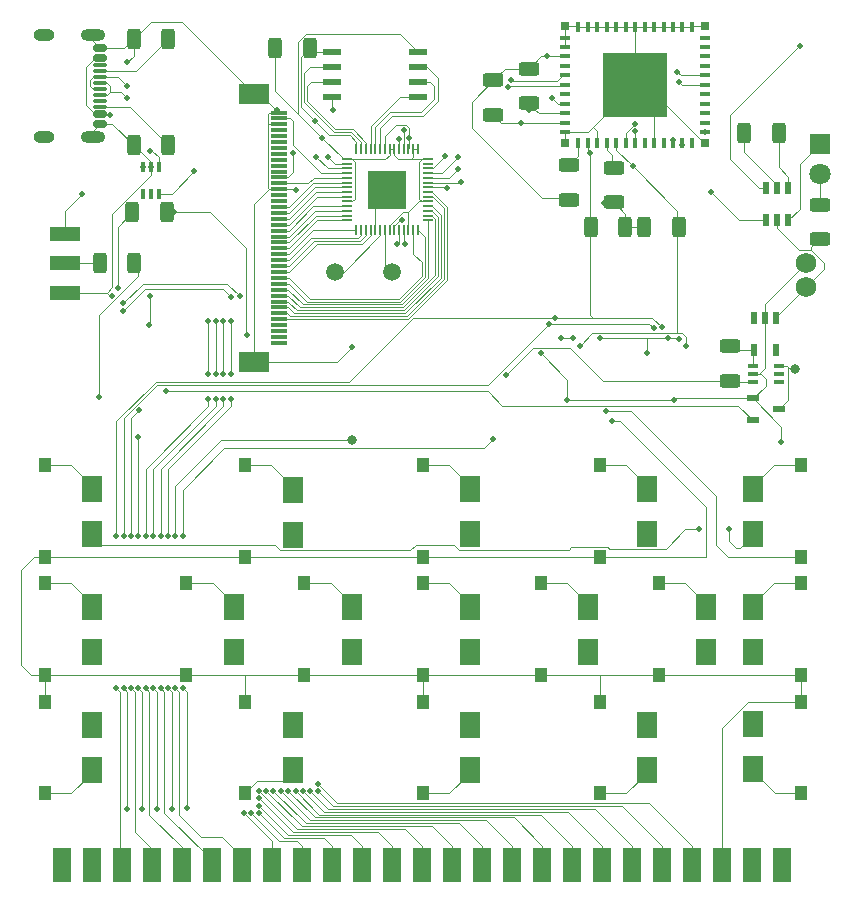
<source format=gtl>
G04 #@! TF.GenerationSoftware,KiCad,Pcbnew,7.0.10*
G04 #@! TF.CreationDate,2024-02-13T11:50:04-05:00*
G04 #@! TF.ProjectId,prototype,70726f74-6f74-4797-9065-2e6b69636164,rev?*
G04 #@! TF.SameCoordinates,Original*
G04 #@! TF.FileFunction,Copper,L1,Top*
G04 #@! TF.FilePolarity,Positive*
%FSLAX46Y46*%
G04 Gerber Fmt 4.6, Leading zero omitted, Abs format (unit mm)*
G04 Created by KiCad (PCBNEW 7.0.10) date 2024-02-13 11:50:04*
%MOMM*%
%LPD*%
G01*
G04 APERTURE LIST*
G04 Aperture macros list*
%AMRoundRect*
0 Rectangle with rounded corners*
0 $1 Rounding radius*
0 $2 $3 $4 $5 $6 $7 $8 $9 X,Y pos of 4 corners*
0 Add a 4 corners polygon primitive as box body*
4,1,4,$2,$3,$4,$5,$6,$7,$8,$9,$2,$3,0*
0 Add four circle primitives for the rounded corners*
1,1,$1+$1,$2,$3*
1,1,$1+$1,$4,$5*
1,1,$1+$1,$6,$7*
1,1,$1+$1,$8,$9*
0 Add four rect primitives between the rounded corners*
20,1,$1+$1,$2,$3,$4,$5,0*
20,1,$1+$1,$4,$5,$6,$7,0*
20,1,$1+$1,$6,$7,$8,$9,0*
20,1,$1+$1,$8,$9,$2,$3,0*%
G04 Aperture macros list end*
G04 #@! TA.AperFunction,ComponentPad*
%ADD10R,1.800000X1.800000*%
G04 #@! TD*
G04 #@! TA.AperFunction,ComponentPad*
%ADD11C,1.800000*%
G04 #@! TD*
G04 #@! TA.AperFunction,SMDPad,CuDef*
%ADD12R,1.701800X2.173999*%
G04 #@! TD*
G04 #@! TA.AperFunction,SMDPad,CuDef*
%ADD13R,1.000000X1.250000*%
G04 #@! TD*
G04 #@! TA.AperFunction,SMDPad,CuDef*
%ADD14R,0.599999X1.000000*%
G04 #@! TD*
G04 #@! TA.AperFunction,SMDPad,CuDef*
%ADD15RoundRect,0.250000X0.312500X0.625000X-0.312500X0.625000X-0.312500X-0.625000X0.312500X-0.625000X0*%
G04 #@! TD*
G04 #@! TA.AperFunction,SMDPad,CuDef*
%ADD16RoundRect,0.250000X-0.625000X0.312500X-0.625000X-0.312500X0.625000X-0.312500X0.625000X0.312500X0*%
G04 #@! TD*
G04 #@! TA.AperFunction,ComponentPad*
%ADD17R,1.638300X3.000000*%
G04 #@! TD*
G04 #@! TA.AperFunction,SMDPad,CuDef*
%ADD18R,1.638300X3.000000*%
G04 #@! TD*
G04 #@! TA.AperFunction,SMDPad,CuDef*
%ADD19R,2.500000X1.250000*%
G04 #@! TD*
G04 #@! TA.AperFunction,SMDPad,CuDef*
%ADD20R,0.399999X0.850001*%
G04 #@! TD*
G04 #@! TA.AperFunction,SMDPad,CuDef*
%ADD21RoundRect,0.250000X-0.312500X-0.625000X0.312500X-0.625000X0.312500X0.625000X-0.312500X0.625000X0*%
G04 #@! TD*
G04 #@! TA.AperFunction,SMDPad,CuDef*
%ADD22R,1.117600X0.558800*%
G04 #@! TD*
G04 #@! TA.AperFunction,SMDPad,CuDef*
%ADD23R,3.200000X3.200000*%
G04 #@! TD*
G04 #@! TA.AperFunction,SMDPad,CuDef*
%ADD24RoundRect,0.050000X-0.050000X-0.387500X0.050000X-0.387500X0.050000X0.387500X-0.050000X0.387500X0*%
G04 #@! TD*
G04 #@! TA.AperFunction,SMDPad,CuDef*
%ADD25RoundRect,0.050000X-0.387500X-0.050000X0.387500X-0.050000X0.387500X0.050000X-0.387500X0.050000X0*%
G04 #@! TD*
G04 #@! TA.AperFunction,SMDPad,CuDef*
%ADD26R,1.524000X0.533400*%
G04 #@! TD*
G04 #@! TA.AperFunction,SMDPad,CuDef*
%ADD27R,0.812800X0.406400*%
G04 #@! TD*
G04 #@! TA.AperFunction,SMDPad,CuDef*
%ADD28R,0.406400X0.812800*%
G04 #@! TD*
G04 #@! TA.AperFunction,SMDPad,CuDef*
%ADD29R,5.410200X5.410200*%
G04 #@! TD*
G04 #@! TA.AperFunction,SMDPad,CuDef*
%ADD30R,0.711200X0.711200*%
G04 #@! TD*
G04 #@! TA.AperFunction,SMDPad,CuDef*
%ADD31R,0.850001X0.399999*%
G04 #@! TD*
G04 #@! TA.AperFunction,SMDPad,CuDef*
%ADD32R,1.450000X0.300000*%
G04 #@! TD*
G04 #@! TA.AperFunction,SMDPad,CuDef*
%ADD33R,2.500000X1.800000*%
G04 #@! TD*
G04 #@! TA.AperFunction,ComponentPad*
%ADD34C,1.500000*%
G04 #@! TD*
G04 #@! TA.AperFunction,ComponentPad*
%ADD35O,1.800000X1.000000*%
G04 #@! TD*
G04 #@! TA.AperFunction,ComponentPad*
%ADD36O,2.100000X1.000000*%
G04 #@! TD*
G04 #@! TA.AperFunction,SMDPad,CuDef*
%ADD37RoundRect,0.075000X-0.500000X0.075000X-0.500000X-0.075000X0.500000X-0.075000X0.500000X0.075000X0*%
G04 #@! TD*
G04 #@! TA.AperFunction,SMDPad,CuDef*
%ADD38RoundRect,0.150000X-0.425000X0.150000X-0.425000X-0.150000X0.425000X-0.150000X0.425000X0.150000X0*%
G04 #@! TD*
G04 #@! TA.AperFunction,ComponentPad*
%ADD39C,1.750000*%
G04 #@! TD*
G04 #@! TA.AperFunction,ViaPad*
%ADD40C,0.500000*%
G04 #@! TD*
G04 #@! TA.AperFunction,ViaPad*
%ADD41C,0.800000*%
G04 #@! TD*
G04 #@! TA.AperFunction,Conductor*
%ADD42C,0.125000*%
G04 #@! TD*
G04 APERTURE END LIST*
D10*
X88625000Y-30897500D03*
D11*
X88625000Y-33437500D03*
D12*
X27000000Y-80104900D03*
X27000000Y-83895100D03*
D13*
X70000000Y-65875000D03*
X70000000Y-58125000D03*
D14*
X84950001Y-45624999D03*
X84000000Y-45624999D03*
X83050002Y-45624999D03*
X83050002Y-48374999D03*
X84950001Y-48374999D03*
D15*
X30587500Y-41000000D03*
X27662500Y-41000000D03*
D16*
X81062500Y-48037500D03*
X81062500Y-50962500D03*
D13*
X23000000Y-65875000D03*
X23000000Y-58125000D03*
X35000000Y-75875000D03*
X35000000Y-68125000D03*
X55000000Y-75875000D03*
X55000000Y-68125000D03*
D15*
X85150000Y-30000000D03*
X82225000Y-30000000D03*
D13*
X87000000Y-75875000D03*
X87000000Y-68125000D03*
X55000000Y-65875000D03*
X55000000Y-58125000D03*
D17*
X24435000Y-91937500D03*
X24435000Y-91937500D03*
D18*
X26975000Y-91937500D03*
X29515000Y-91937500D03*
X32055000Y-91937500D03*
X34595000Y-91937500D03*
X37135000Y-91937500D03*
X39675000Y-91937500D03*
X42215000Y-91937500D03*
X44755000Y-91937500D03*
X47295000Y-91937500D03*
X49835000Y-91937500D03*
X52375000Y-91937500D03*
X54915000Y-91937500D03*
X57455000Y-91937500D03*
X59995000Y-91937500D03*
X62535000Y-91937500D03*
X65075000Y-91937500D03*
X67615000Y-91937500D03*
X70155000Y-91937500D03*
X72695000Y-91937500D03*
X75235000Y-91937500D03*
X77775000Y-91937500D03*
X80315000Y-91937500D03*
X82855000Y-91937500D03*
D17*
X85395000Y-91937500D03*
X85395000Y-91937500D03*
D13*
X55000000Y-78125000D03*
X55000000Y-85875000D03*
D19*
X24750000Y-43500000D03*
X24750000Y-41000000D03*
X24750000Y-38500000D03*
D12*
X59000000Y-73895100D03*
X59000000Y-70104900D03*
X79000000Y-73895100D03*
X79000000Y-70104900D03*
D13*
X87000000Y-65875000D03*
X87000000Y-58125000D03*
D20*
X32650001Y-32875001D03*
X32000000Y-32875001D03*
X31350001Y-32875001D03*
X31350001Y-35125002D03*
X32000000Y-35125002D03*
X32650001Y-35125002D03*
D21*
X69225000Y-37937500D03*
X72150000Y-37937500D03*
D22*
X82944900Y-52424999D03*
X82944900Y-54325001D03*
X85180100Y-53375000D03*
D16*
X64000000Y-24537500D03*
X64000000Y-27462500D03*
D12*
X59000000Y-80104900D03*
X59000000Y-83895100D03*
D13*
X45000000Y-75875000D03*
X45000000Y-68125000D03*
D12*
X27000000Y-73895100D03*
X27000000Y-70104900D03*
D13*
X23000000Y-78125000D03*
X23000000Y-85875000D03*
D12*
X39000000Y-73895100D03*
X39000000Y-70104900D03*
X69000000Y-73895100D03*
X69000000Y-70104900D03*
D16*
X71187500Y-32912500D03*
X71187500Y-35837500D03*
D14*
X84049999Y-37375001D03*
X85000000Y-37375001D03*
X85949998Y-37375001D03*
X85949998Y-34625001D03*
X85000000Y-34625001D03*
X84049999Y-34625001D03*
D12*
X74000000Y-80104900D03*
X74000000Y-83895100D03*
D23*
X52000000Y-34781250D03*
D24*
X49400000Y-31343750D03*
X49800000Y-31343750D03*
X50200000Y-31343750D03*
X50600000Y-31343750D03*
X51000000Y-31343750D03*
X51400000Y-31343750D03*
X51800000Y-31343750D03*
X52200000Y-31343750D03*
X52600000Y-31343750D03*
X53000000Y-31343750D03*
X53400000Y-31343750D03*
X53800000Y-31343750D03*
X54200000Y-31343750D03*
X54600000Y-31343750D03*
D25*
X55437500Y-32181250D03*
X55437500Y-32581250D03*
X55437500Y-32981250D03*
X55437500Y-33381250D03*
X55437500Y-33781250D03*
X55437500Y-34181250D03*
X55437500Y-34581250D03*
X55437500Y-34981250D03*
X55437500Y-35381250D03*
X55437500Y-35781250D03*
X55437500Y-36181250D03*
X55437500Y-36581250D03*
X55437500Y-36981250D03*
X55437500Y-37381250D03*
D24*
X54600000Y-38218750D03*
X54200000Y-38218750D03*
X53800000Y-38218750D03*
X53400000Y-38218750D03*
X53000000Y-38218750D03*
X52600000Y-38218750D03*
X52200000Y-38218750D03*
X51800000Y-38218750D03*
X51400000Y-38218750D03*
X51000000Y-38218750D03*
X50600000Y-38218750D03*
X50200000Y-38218750D03*
X49800000Y-38218750D03*
X49400000Y-38218750D03*
D25*
X48562500Y-37381250D03*
X48562500Y-36981250D03*
X48562500Y-36581250D03*
X48562500Y-36181250D03*
X48562500Y-35781250D03*
X48562500Y-35381250D03*
X48562500Y-34981250D03*
X48562500Y-34581250D03*
X48562500Y-34181250D03*
X48562500Y-33781250D03*
X48562500Y-33381250D03*
X48562500Y-32981250D03*
X48562500Y-32581250D03*
X48562500Y-32181250D03*
D26*
X47355100Y-23095000D03*
X47355100Y-24365000D03*
X47355100Y-25635000D03*
X47355100Y-26905000D03*
X54644900Y-26905000D03*
X54644900Y-25635000D03*
X54644900Y-24365000D03*
X54644900Y-23095000D03*
D13*
X87000000Y-78125000D03*
X87000000Y-85875000D03*
D12*
X44000000Y-64000000D03*
X44000000Y-60209800D03*
D27*
X67100002Y-21899501D03*
X67100002Y-22699601D03*
X67100002Y-23499701D03*
X67100002Y-24299801D03*
X67100002Y-25099901D03*
X67100002Y-25900001D03*
X67100002Y-26700101D03*
X67100002Y-27500201D03*
X67100002Y-28300301D03*
X67100002Y-29100401D03*
X67100002Y-29900501D03*
D28*
X68199400Y-30800001D03*
X68999500Y-30800001D03*
X69799600Y-30800001D03*
X70599700Y-30800001D03*
X71399800Y-30800001D03*
X72199900Y-30800001D03*
X73000000Y-30800001D03*
X73800100Y-30800001D03*
X74600200Y-30800001D03*
X75400300Y-30800001D03*
X76200400Y-30800001D03*
X77000500Y-30800001D03*
X77800600Y-30800001D03*
D27*
X78899998Y-29900501D03*
X78899998Y-29100401D03*
X78899998Y-28300301D03*
X78899998Y-27500201D03*
X78899998Y-26700101D03*
X78899998Y-25900001D03*
X78899998Y-25099901D03*
X78899998Y-24299801D03*
X78899998Y-23499701D03*
X78899998Y-22699601D03*
X78899998Y-21899501D03*
D28*
X77800600Y-21000000D03*
X77000500Y-21000000D03*
X76200400Y-21000000D03*
X75400300Y-21000000D03*
X74600200Y-21000000D03*
X73800100Y-21000000D03*
X73000000Y-21000000D03*
X72199900Y-21000000D03*
X71399800Y-21000000D03*
X70599700Y-21000000D03*
X69799600Y-21000000D03*
X68999500Y-21000000D03*
X68199400Y-21000000D03*
D29*
X73000000Y-25900001D03*
D30*
X78950788Y-30850806D03*
X78950788Y-20949200D03*
X67049212Y-30850806D03*
X67049212Y-20949200D03*
D31*
X82937501Y-49724999D03*
X82937501Y-50375000D03*
X82937501Y-51024999D03*
X85187502Y-51024999D03*
X85187502Y-50375000D03*
X85187502Y-49724999D03*
D16*
X88625000Y-36037500D03*
X88625000Y-38962500D03*
D12*
X59000000Y-63895100D03*
X59000000Y-60104900D03*
D13*
X65000000Y-75875000D03*
X65000000Y-68125000D03*
X70000000Y-78125000D03*
X70000000Y-85875000D03*
D15*
X33462500Y-31000000D03*
X30537500Y-31000000D03*
D12*
X74000000Y-63895100D03*
X74000000Y-60104900D03*
D15*
X76712500Y-37937500D03*
X73787500Y-37937500D03*
X33337500Y-36687500D03*
X30412500Y-36687500D03*
D32*
X42875000Y-28250000D03*
X42875000Y-28750000D03*
X42875000Y-29250000D03*
X42875000Y-29750000D03*
X42875000Y-30250000D03*
X42875000Y-30750000D03*
X42875000Y-31250000D03*
X42875000Y-31750000D03*
X42875000Y-32250000D03*
X42875000Y-32750000D03*
X42875000Y-33250000D03*
X42875000Y-33750000D03*
X42875000Y-34250000D03*
X42875000Y-34750000D03*
X42875000Y-35250000D03*
X42875000Y-35750000D03*
X42875000Y-36250000D03*
X42875000Y-36750000D03*
X42875000Y-37250000D03*
X42875000Y-37750000D03*
X42875000Y-38250000D03*
X42875000Y-38750000D03*
X42875000Y-39250000D03*
X42875000Y-39750000D03*
X42875000Y-40250000D03*
X42875000Y-40750000D03*
X42875000Y-41250000D03*
X42875000Y-41750000D03*
X42875000Y-42250000D03*
X42875000Y-42750000D03*
X42875000Y-43250000D03*
X42875000Y-43750000D03*
X42875000Y-44250000D03*
X42875000Y-44750000D03*
X42875000Y-45250000D03*
X42875000Y-45750000D03*
X42875000Y-46250000D03*
X42875000Y-46750000D03*
X42875000Y-47250000D03*
X42875000Y-47750000D03*
D33*
X40750000Y-26650000D03*
X40750000Y-49350000D03*
D12*
X27000000Y-63895100D03*
X27000000Y-60104900D03*
D34*
X47550000Y-41750000D03*
X52430000Y-41750000D03*
D12*
X49000000Y-73895100D03*
X49000000Y-70104900D03*
D16*
X67437500Y-32725000D03*
X67437500Y-35650000D03*
D15*
X45462500Y-22812500D03*
X42537500Y-22812500D03*
D12*
X83000000Y-73895100D03*
X83000000Y-70104900D03*
X83000000Y-80000000D03*
X83000000Y-83790200D03*
D21*
X30537500Y-22000000D03*
X33462500Y-22000000D03*
D12*
X83000000Y-63895100D03*
X83000000Y-60104900D03*
D13*
X40000000Y-78125000D03*
X40000000Y-85875000D03*
X23000000Y-75875000D03*
X23000000Y-68125000D03*
X40000000Y-65875000D03*
X40000000Y-58125000D03*
D16*
X61000000Y-25537500D03*
X61000000Y-28462500D03*
D12*
X44000000Y-80104900D03*
X44000000Y-83895100D03*
D35*
X22925000Y-30320000D03*
D36*
X27105000Y-30320000D03*
D35*
X22925000Y-21680000D03*
D36*
X27105000Y-21680000D03*
D37*
X27680000Y-24250000D03*
X27680000Y-25250000D03*
X27680000Y-26750000D03*
X27680000Y-27750000D03*
D38*
X27680000Y-28400000D03*
X27680000Y-29200000D03*
D37*
X27680000Y-27250000D03*
X27680000Y-26250000D03*
X27680000Y-25750000D03*
X27680000Y-24750000D03*
D38*
X27680000Y-23600000D03*
X27680000Y-22800000D03*
D13*
X75000000Y-75875000D03*
X75000000Y-68125000D03*
D39*
X87450000Y-43020000D03*
X87450000Y-41020000D03*
D40*
X85000000Y-34625000D03*
X79437500Y-35000000D03*
X49000000Y-48125000D03*
X61000000Y-55875000D03*
X38750000Y-52500000D03*
X38125000Y-52500000D03*
X37500000Y-52500000D03*
X36875000Y-52500000D03*
X38750000Y-50375000D03*
X38125000Y-50375000D03*
X37500000Y-50375000D03*
X36875000Y-50375000D03*
X30937500Y-55750000D03*
X37500000Y-45937500D03*
X36875000Y-45937500D03*
X38750000Y-45937500D03*
X38125000Y-45937500D03*
X76687500Y-25625000D03*
X76562500Y-24812500D03*
X47437500Y-28000000D03*
X52000000Y-34781250D03*
X32000000Y-32875001D03*
X67250000Y-52625000D03*
X42687500Y-28000000D03*
X82225000Y-30000000D03*
X30000000Y-24000000D03*
X28687500Y-43750000D03*
X76250000Y-52625000D03*
X44312500Y-34812500D03*
X78937500Y-30875000D03*
X65000000Y-48625000D03*
X85375000Y-56187500D03*
X47000000Y-32000000D03*
X46000000Y-32000000D03*
X53875000Y-30375000D03*
X53250000Y-37375000D03*
X52875000Y-39375000D03*
X53500000Y-39378141D03*
X56937500Y-31937500D03*
X38812500Y-43875000D03*
X29625000Y-45062500D03*
X53437500Y-29756543D03*
X52975562Y-30493891D03*
X45875000Y-28937500D03*
X86937500Y-22625000D03*
X28500000Y-28437500D03*
X31350001Y-32875001D03*
X31937500Y-43812500D03*
X31875000Y-46250000D03*
X77000000Y-31000000D03*
X33312500Y-51812500D03*
X65500000Y-23500000D03*
D41*
X86558801Y-49996299D03*
D40*
X67687500Y-35500000D03*
X74000000Y-48625000D03*
X67750000Y-47312500D03*
X75750000Y-47375000D03*
X70000000Y-47375000D03*
X76750000Y-47437500D03*
X66750000Y-47312500D03*
X31937500Y-31500000D03*
X29174998Y-43100001D03*
X26187500Y-35187500D03*
X70375000Y-35937500D03*
X76187500Y-30562500D03*
X66000000Y-27000000D03*
X39542654Y-43814912D03*
X29659390Y-44409390D03*
X66250000Y-45625000D03*
X75250000Y-46437500D03*
X29062500Y-64062500D03*
X69187500Y-31687500D03*
X29062500Y-77000000D03*
X29687500Y-77000000D03*
X65687500Y-46125000D03*
X30000000Y-87187500D03*
X29687500Y-64062500D03*
X67437500Y-32725000D03*
X74562500Y-46500000D03*
X71000000Y-32812500D03*
X77312500Y-48000000D03*
X72812500Y-32812500D03*
X68312500Y-48000000D03*
X73000000Y-29187500D03*
X73000000Y-29812500D03*
X78875000Y-29875000D03*
X30312500Y-64062500D03*
X31028110Y-53403110D03*
X30312500Y-77000000D03*
X71025190Y-54337690D03*
X70562500Y-53500000D03*
X46125000Y-85062500D03*
X46125000Y-85687500D03*
X45500000Y-85687500D03*
X44875000Y-85687500D03*
X44250000Y-85687500D03*
X43625000Y-85687500D03*
X43000000Y-85687500D03*
X42375000Y-85687500D03*
X41750000Y-85687500D03*
X41125000Y-85687500D03*
X41125000Y-86312500D03*
X41125000Y-86937500D03*
X41125000Y-87562500D03*
X40500000Y-87562500D03*
X39875000Y-87562500D03*
X30000000Y-27000000D03*
X30000000Y-26000000D03*
D41*
X83000000Y-64000000D03*
D40*
X78437500Y-63500000D03*
D41*
X27000000Y-64000000D03*
D40*
X80937500Y-63500000D03*
D41*
X83000000Y-74000000D03*
X83000000Y-80000000D03*
X79000000Y-74000000D03*
X74000000Y-80000000D03*
X74000000Y-64000000D03*
X69000000Y-74000000D03*
X59000000Y-80000000D03*
X59000000Y-74000000D03*
X59000000Y-64000000D03*
X49000000Y-74000000D03*
X44000000Y-80000000D03*
X44000000Y-64000000D03*
X39000000Y-74000000D03*
X27000000Y-80000000D03*
X27000000Y-74000000D03*
D40*
X35028110Y-87159390D03*
X34687500Y-64062500D03*
X34687500Y-77000000D03*
X33750000Y-87187500D03*
X33437500Y-64062500D03*
X33437500Y-77000000D03*
X30937500Y-77000000D03*
X31250000Y-87187500D03*
X30937500Y-64062500D03*
X46500000Y-30375000D03*
X44065640Y-31684360D03*
X35687500Y-33187500D03*
X27625000Y-52375000D03*
X31562500Y-64062500D03*
X31562500Y-77000000D03*
X30937500Y-41062500D03*
X40125000Y-47062500D03*
X33937500Y-36687500D03*
D41*
X49000000Y-56000000D03*
D40*
X32812500Y-77000000D03*
X32812500Y-64062500D03*
X34062500Y-77000000D03*
X34062500Y-64062500D03*
X32187500Y-77000000D03*
X62062500Y-50437500D03*
X32500000Y-87187500D03*
X32187500Y-64062500D03*
X57062500Y-34618755D03*
X64000000Y-28000000D03*
X58229518Y-34167018D03*
X63312500Y-29100401D03*
X62475000Y-25490186D03*
X58000000Y-33000000D03*
X62225000Y-26125000D03*
X58000000Y-32000000D03*
D42*
X85949998Y-37375001D02*
X86937500Y-36387499D01*
X86937500Y-36387499D02*
X86937500Y-32585000D01*
X86937500Y-32585000D02*
X88625000Y-30897500D01*
X88625000Y-36037500D02*
X88625000Y-33437500D01*
X86937500Y-22625000D02*
X86875000Y-22625000D01*
X86875000Y-22625000D02*
X81062500Y-28437500D01*
X81062500Y-28437500D02*
X81062500Y-32187500D01*
X81062500Y-32187500D02*
X83500001Y-34625001D01*
X83500001Y-34625001D02*
X84049999Y-34625001D01*
X85949998Y-34625001D02*
X85949998Y-33699998D01*
X85949998Y-33699998D02*
X85150000Y-32900000D01*
X85150000Y-32900000D02*
X85150000Y-30000000D01*
X82225000Y-30000000D02*
X82225000Y-31625003D01*
X82225000Y-31625003D02*
X85000000Y-34400003D01*
X85000000Y-34400003D02*
X85000000Y-34625000D01*
X87921168Y-39882500D02*
X87921168Y-39666332D01*
X87921168Y-39666332D02*
X88625000Y-38962500D01*
X85000000Y-34625000D02*
X85000000Y-34625001D01*
X84049999Y-37375001D02*
X81812501Y-37375001D01*
X81812501Y-37375001D02*
X79437500Y-35000000D01*
X40750000Y-49350000D02*
X47775000Y-49350000D01*
X47775000Y-49350000D02*
X49000000Y-48125000D01*
X34687500Y-64062500D02*
X34687500Y-60187500D01*
X34687500Y-60187500D02*
X38187500Y-56687500D01*
X38187500Y-56687500D02*
X60187500Y-56687500D01*
X60187500Y-56687500D02*
X61000000Y-55875000D01*
X34062500Y-64062500D02*
X34062500Y-59875000D01*
X34062500Y-59875000D02*
X37937500Y-56000000D01*
X37937500Y-56000000D02*
X49000000Y-56000000D01*
X31562500Y-64062500D02*
X31562500Y-58437500D01*
X31562500Y-58437500D02*
X36875000Y-53125000D01*
X36875000Y-53125000D02*
X36875000Y-52500000D01*
X32187500Y-64062500D02*
X32187500Y-58437500D01*
X32187500Y-58437500D02*
X37500000Y-53125000D01*
X37500000Y-53125000D02*
X37500000Y-52500000D01*
X32812500Y-64062500D02*
X32812500Y-58437500D01*
X32812500Y-58437500D02*
X38125000Y-53125000D01*
X38125000Y-53125000D02*
X38125000Y-52500000D01*
X33437500Y-64062500D02*
X33437500Y-58437500D01*
X33437500Y-58437500D02*
X38750000Y-53125000D01*
X38750000Y-53125000D02*
X38750000Y-52500000D01*
X37500000Y-45937500D02*
X37500000Y-50375000D01*
X38750000Y-45937500D02*
X38750000Y-50375000D01*
X38125000Y-45937500D02*
X38125000Y-50375000D01*
X36875000Y-45937500D02*
X36875000Y-50375000D01*
X30937500Y-64062500D02*
X30937500Y-55750000D01*
X38812500Y-43875000D02*
X38125000Y-43187500D01*
X31500000Y-43187500D02*
X29625000Y-45062500D01*
X38125000Y-43187500D02*
X31500000Y-43187500D01*
X76962501Y-25900001D02*
X76687500Y-25625000D01*
X78899998Y-25900001D02*
X76962501Y-25900001D01*
X76849901Y-25099901D02*
X76562500Y-24812500D01*
X76912401Y-25099901D02*
X76849901Y-25099901D01*
X78899998Y-25099901D02*
X76912401Y-25099901D01*
X57062500Y-34618755D02*
X57024995Y-34581250D01*
X57024995Y-34581250D02*
X55437500Y-34581250D01*
X42025000Y-34750000D02*
X42875000Y-34750000D01*
X32000000Y-33500000D02*
X32000000Y-32875001D01*
X67049212Y-30850806D02*
X67049212Y-29951291D01*
X73900001Y-25900001D02*
X73000000Y-25900001D01*
X74600200Y-21000000D02*
X75400300Y-21000000D01*
X40750000Y-26650000D02*
X41275000Y-26650000D01*
X67049212Y-20949200D02*
X68148600Y-20949200D01*
X30537500Y-31000000D02*
X30537500Y-31000000D01*
X68148600Y-20949200D02*
X68199400Y-21000000D01*
X41975000Y-28250000D02*
X41887500Y-28337500D01*
X27105000Y-29775000D02*
X27105000Y-30320000D01*
X82937501Y-50375000D02*
X83487501Y-50375000D01*
X47355100Y-26905000D02*
X47355100Y-27917600D01*
X28687500Y-36812500D02*
X32000000Y-33500000D01*
X24750000Y-43500000D02*
X28250000Y-43500000D01*
X41887500Y-34662500D02*
X41975000Y-34750000D01*
X78937500Y-30875000D02*
X78850806Y-30850806D01*
X27680000Y-29200000D02*
X27105000Y-29775000D01*
X78950788Y-20949200D02*
X77851400Y-20949200D01*
X27680000Y-22800000D02*
X27105000Y-22225000D01*
X83487501Y-50375000D02*
X84000000Y-49862501D01*
X27105000Y-22225000D02*
X27105000Y-21680000D01*
X67049212Y-29951291D02*
X67100002Y-29900501D01*
X51000000Y-38218750D02*
X51000000Y-35781250D01*
X41887500Y-28337500D02*
X41887500Y-29000000D01*
X73000000Y-25900001D02*
X73000000Y-21000000D01*
X76250000Y-52625000D02*
X67250000Y-52625000D01*
X42875000Y-34750000D02*
X44250000Y-34750000D01*
X28500000Y-43750000D02*
X28250000Y-43500000D01*
X28737500Y-29200000D02*
X30537500Y-31000000D01*
X73800100Y-21000000D02*
X74600200Y-21000000D01*
X69799600Y-29799600D02*
X69450001Y-29450001D01*
X77851400Y-20949200D02*
X77800600Y-21000000D01*
X82944900Y-52424999D02*
X85375000Y-54855099D01*
X82944900Y-52424999D02*
X83012501Y-52424999D01*
X42875000Y-29250000D02*
X41975000Y-29250000D01*
X44250000Y-34750000D02*
X44312500Y-34812500D01*
X28250000Y-43500000D02*
X28687500Y-43062500D01*
X67100002Y-20999990D02*
X67049212Y-20949200D01*
X27680000Y-22800000D02*
X29737500Y-22800000D01*
X30537500Y-22000000D02*
X30537500Y-23462500D01*
X40750000Y-26650000D02*
X34662500Y-20562500D01*
X69450001Y-29450001D02*
X73000000Y-25900001D01*
X78850806Y-30850806D02*
X73900001Y-25900001D01*
X34662500Y-20562500D02*
X31975000Y-20562500D01*
X41887500Y-29000000D02*
X41887500Y-34662500D01*
X67100002Y-22699601D02*
X67100002Y-21899501D01*
X42875000Y-28250000D02*
X41975000Y-28250000D01*
X84000000Y-44470000D02*
X87450000Y-41020000D01*
X77800600Y-21000000D02*
X77000500Y-21000000D01*
X84062500Y-50824999D02*
X83612501Y-50375000D01*
X84000000Y-49862501D02*
X84000000Y-45624999D01*
X41887500Y-29162500D02*
X41887500Y-29000000D01*
X32000000Y-32875001D02*
X32000000Y-32462500D01*
X84000000Y-45624999D02*
X84000000Y-44470000D01*
X67250000Y-52625000D02*
X67250000Y-50875000D01*
X68199400Y-21000000D02*
X68999500Y-21000000D01*
X40750000Y-36025000D02*
X42025000Y-34750000D01*
X72199900Y-21000000D02*
X73000000Y-21000000D01*
X83612501Y-50375000D02*
X82937501Y-50375000D01*
X70599700Y-21000000D02*
X71399800Y-21000000D01*
X67100002Y-29900501D02*
X68999500Y-29900501D01*
X71399800Y-21000000D02*
X72199900Y-21000000D01*
X27680000Y-29200000D02*
X28737500Y-29200000D01*
X28687500Y-43062500D02*
X28687500Y-36812500D01*
X76200400Y-21000000D02*
X75400300Y-21000000D01*
X83012501Y-52424999D02*
X84062500Y-51375000D01*
X67250000Y-50875000D02*
X65000000Y-48625000D01*
X51000000Y-35781250D02*
X52000000Y-34781250D01*
X78950788Y-30850806D02*
X78937500Y-30875000D01*
X41975000Y-29250000D02*
X41887500Y-29162500D01*
X85375000Y-54855099D02*
X85375000Y-56187500D01*
X76250000Y-52625000D02*
X76450001Y-52424999D01*
X47355100Y-27917600D02*
X47437500Y-28000000D01*
X68999500Y-21000000D02*
X69799600Y-21000000D01*
X84062500Y-51375000D02*
X84062500Y-50824999D01*
X29737500Y-22800000D02*
X30537500Y-22000000D01*
X74600200Y-27500201D02*
X73000000Y-25900001D01*
X41275000Y-26650000D02*
X42875000Y-28250000D01*
X30537500Y-23462500D02*
X30000000Y-24000000D01*
X69799600Y-30800001D02*
X69799600Y-29799600D01*
X28687500Y-43750000D02*
X28500000Y-43750000D01*
X67100002Y-21899501D02*
X67100002Y-20999990D01*
X41975000Y-34750000D02*
X42875000Y-34750000D01*
X74600200Y-30800001D02*
X74600200Y-27500201D01*
X40750000Y-49350000D02*
X40750000Y-36025000D01*
X68999500Y-29900501D02*
X69450001Y-29450001D01*
X32000000Y-32462500D02*
X30537500Y-31000000D01*
X77000500Y-21000000D02*
X76200400Y-21000000D01*
X31975000Y-20562500D02*
X30537500Y-22000000D01*
X73000000Y-21000000D02*
X73800100Y-21000000D01*
X76450001Y-52424999D02*
X82944900Y-52424999D01*
X69799600Y-21000000D02*
X70599700Y-21000000D01*
X86882499Y-39882500D02*
X87921168Y-39882500D01*
X89000000Y-41470000D02*
X87450000Y-43020000D01*
X87921168Y-39882500D02*
X89000000Y-40961332D01*
X89000000Y-40961332D02*
X89000000Y-41470000D01*
X84950001Y-45624999D02*
X84950001Y-45519999D01*
X84950001Y-45519999D02*
X87450000Y-43020000D01*
X85000000Y-37375001D02*
X85000000Y-38000001D01*
X85000000Y-38000001D02*
X86882499Y-39882500D01*
X47581250Y-32581250D02*
X47000000Y-32000000D01*
X48562500Y-32581250D02*
X47581250Y-32581250D01*
X48562500Y-32981250D02*
X46981250Y-32981250D01*
X46981250Y-32981250D02*
X46000000Y-32000000D01*
X42875000Y-28750000D02*
X43775000Y-28750000D01*
X44000000Y-31000000D02*
X46381250Y-33381250D01*
X46381250Y-33381250D02*
X48562500Y-33381250D01*
X43775000Y-28750000D02*
X44000000Y-28975000D01*
X44000000Y-28975000D02*
X44000000Y-31000000D01*
X42875000Y-34250000D02*
X45315380Y-34250000D01*
X45784130Y-33781250D02*
X48562500Y-33781250D01*
X45315380Y-34250000D02*
X45784130Y-33781250D01*
X48562500Y-34181250D02*
X45756250Y-34181250D01*
X45756250Y-34181250D02*
X43687500Y-36250000D01*
X43687500Y-36250000D02*
X42875000Y-36250000D01*
X43687500Y-36750000D02*
X42875000Y-36750000D01*
X48562500Y-34581250D02*
X45856250Y-34581250D01*
X45856250Y-34581250D02*
X43687500Y-36750000D01*
X43687500Y-37250000D02*
X42875000Y-37250000D01*
X45956250Y-34981250D02*
X43687500Y-37250000D01*
X48562500Y-34981250D02*
X45956250Y-34981250D01*
X46056250Y-35381250D02*
X43687500Y-37750000D01*
X48562500Y-35381250D02*
X46056250Y-35381250D01*
X43687500Y-37750000D02*
X42875000Y-37750000D01*
X45756250Y-36181250D02*
X43687500Y-38250000D01*
X43687500Y-38250000D02*
X42875000Y-38250000D01*
X48562500Y-36181250D02*
X45756250Y-36181250D01*
X48562500Y-36581250D02*
X45856250Y-36581250D01*
X45856250Y-36581250D02*
X43687500Y-38750000D01*
X43687500Y-38750000D02*
X42875000Y-38750000D01*
X43687500Y-39250000D02*
X42875000Y-39250000D01*
X45956250Y-36981250D02*
X43687500Y-39250000D01*
X48562500Y-36981250D02*
X45956250Y-36981250D01*
X46056250Y-37381250D02*
X43687500Y-39750000D01*
X43687500Y-39750000D02*
X42875000Y-39750000D01*
X48562500Y-37381250D02*
X46056250Y-37381250D01*
X49400000Y-38218750D02*
X45718750Y-38218750D01*
X45718750Y-38218750D02*
X43687500Y-40250000D01*
X43687500Y-40250000D02*
X42875000Y-40250000D01*
X49800000Y-38218750D02*
X49800000Y-38593512D01*
X49549762Y-38843750D02*
X45593750Y-38843750D01*
X45593750Y-38843750D02*
X43687500Y-40750000D01*
X43687500Y-40750000D02*
X42875000Y-40750000D01*
X49800000Y-38593512D02*
X49549762Y-38843750D01*
X50200000Y-38218750D02*
X50200000Y-38593512D01*
X45843750Y-39093750D02*
X43687500Y-41250000D01*
X49699762Y-39093750D02*
X45843750Y-39093750D01*
X50200000Y-38593512D02*
X49699762Y-39093750D01*
X43687500Y-41250000D02*
X42875000Y-41250000D01*
X46093750Y-39343750D02*
X43687500Y-41750000D01*
X49849762Y-39343750D02*
X46093750Y-39343750D01*
X50600000Y-38218750D02*
X50600000Y-38593512D01*
X43687500Y-41750000D02*
X42875000Y-41750000D01*
X50600000Y-38593512D02*
X49849762Y-39343750D01*
X51400000Y-38656250D02*
X48306250Y-41750000D01*
X51400000Y-38218750D02*
X51400000Y-38656250D01*
X48306250Y-41750000D02*
X47550000Y-41750000D01*
X51800000Y-38218750D02*
X51800000Y-41120000D01*
X51800000Y-41120000D02*
X52430000Y-41750000D01*
X52600000Y-37843988D02*
X52600000Y-38218750D01*
X53875000Y-30375000D02*
X53875000Y-29575324D01*
X53875000Y-29575324D02*
X53618719Y-29319043D01*
X53875000Y-31268750D02*
X53800000Y-31343750D01*
X53618719Y-29319043D02*
X52744040Y-29319043D01*
X51800000Y-30263083D02*
X51800000Y-31343750D01*
X53068988Y-37375000D02*
X52600000Y-37843988D01*
X52744040Y-29319043D02*
X51800000Y-30263083D01*
X53875000Y-30375000D02*
X53875000Y-31268750D01*
X53250000Y-37375000D02*
X53068988Y-37375000D01*
X52875000Y-39375000D02*
X53000000Y-39250000D01*
X53000000Y-39250000D02*
X53000000Y-38218750D01*
X53400000Y-39278141D02*
X53400000Y-38218750D01*
X53500000Y-39378141D02*
X53400000Y-39278141D01*
X54200000Y-40200000D02*
X54937500Y-40937500D01*
X54937500Y-42087622D02*
X53025122Y-44000000D01*
X53025122Y-44000000D02*
X45437500Y-44000000D01*
X54200000Y-38218750D02*
X54200000Y-40200000D01*
X45437500Y-44000000D02*
X43687500Y-42250000D01*
X43687500Y-42250000D02*
X42875000Y-42250000D01*
X54937500Y-40937500D02*
X54937500Y-42087622D01*
X45187500Y-44250000D02*
X53128676Y-44250000D01*
X53128676Y-44250000D02*
X55187500Y-42191176D01*
X43687500Y-42750000D02*
X45187500Y-44250000D01*
X55187500Y-38806250D02*
X54600000Y-38218750D01*
X42875000Y-42750000D02*
X43687500Y-42750000D01*
X55187500Y-42191176D02*
X55187500Y-38806250D01*
X55437500Y-42294730D02*
X53232230Y-44500000D01*
X53232230Y-44500000D02*
X44875000Y-44500000D01*
X43625000Y-43250000D02*
X42875000Y-43250000D01*
X44875000Y-44500000D02*
X43625000Y-43250000D01*
X55437500Y-37381250D02*
X55437500Y-42294730D01*
X56062500Y-42023284D02*
X53335784Y-44750000D01*
X53335784Y-44750000D02*
X44625000Y-44750000D01*
X55812262Y-36981250D02*
X56062500Y-37231488D01*
X55437500Y-36981250D02*
X55812262Y-36981250D01*
X56062500Y-37231488D02*
X56062500Y-42023284D01*
X44625000Y-44750000D02*
X43625000Y-43750000D01*
X43625000Y-43750000D02*
X42875000Y-43750000D01*
X56312500Y-42126838D02*
X53439338Y-45000000D01*
X43625000Y-44250000D02*
X42875000Y-44250000D01*
X56312500Y-37081488D02*
X56312500Y-42126838D01*
X55437500Y-36581250D02*
X55812262Y-36581250D01*
X55812262Y-36581250D02*
X56312500Y-37081488D01*
X44375000Y-45000000D02*
X43625000Y-44250000D01*
X53439338Y-45000000D02*
X44375000Y-45000000D01*
X53542892Y-45250000D02*
X44125000Y-45250000D01*
X55812262Y-36181250D02*
X56562500Y-36931488D01*
X56562500Y-36931488D02*
X56562500Y-42230392D01*
X44125000Y-45250000D02*
X43625000Y-44750000D01*
X43625000Y-44750000D02*
X42875000Y-44750000D01*
X56562500Y-42230392D02*
X53542892Y-45250000D01*
X55437500Y-36181250D02*
X55812262Y-36181250D01*
X53646446Y-45500000D02*
X43787500Y-45500000D01*
X43537500Y-45250000D02*
X42875000Y-45250000D01*
X56812500Y-36318750D02*
X56812500Y-42333946D01*
X55437500Y-35381250D02*
X55875000Y-35381250D01*
X56812500Y-42333946D02*
X53646446Y-45500000D01*
X55875000Y-35381250D02*
X56812500Y-36318750D01*
X43787500Y-45500000D02*
X43537500Y-45250000D01*
X57062500Y-36215196D02*
X55828554Y-34981250D01*
X57062500Y-42437500D02*
X57062500Y-36215196D01*
X53750000Y-45750000D02*
X57062500Y-42437500D01*
X55828554Y-34981250D02*
X55437500Y-34981250D01*
X42875000Y-45750000D02*
X53750000Y-45750000D01*
X55893750Y-32981250D02*
X55437500Y-32981250D01*
X56937500Y-31937500D02*
X55893750Y-32981250D01*
X53437500Y-31306250D02*
X53400000Y-31343750D01*
X53437500Y-29756543D02*
X53437500Y-31306250D01*
X53000000Y-31343750D02*
X53000000Y-30518329D01*
X53000000Y-30518329D02*
X52975562Y-30493891D01*
X51400000Y-29600000D02*
X52445190Y-28554810D01*
X55365000Y-24365000D02*
X54644900Y-24365000D01*
X51400000Y-31343750D02*
X51400000Y-29600000D01*
X56325000Y-25325000D02*
X55365000Y-24365000D01*
X55008410Y-28554810D02*
X56325000Y-27238219D01*
X56325000Y-27238219D02*
X56325000Y-25325000D01*
X52445190Y-28554810D02*
X55008410Y-28554810D01*
X56000000Y-26000000D02*
X55635000Y-25635000D01*
X51000000Y-31343750D02*
X51000000Y-29459620D01*
X51000000Y-29459620D02*
X52229810Y-28229810D01*
X55635000Y-25635000D02*
X54644900Y-25635000D01*
X54873790Y-28229810D02*
X56000000Y-27103600D01*
X52229810Y-28229810D02*
X54873790Y-28229810D01*
X56000000Y-27103600D02*
X56000000Y-26000000D01*
X50600000Y-29400000D02*
X53095000Y-26905000D01*
X50600000Y-31343750D02*
X50600000Y-29400000D01*
X53095000Y-26905000D02*
X54644900Y-26905000D01*
X45187500Y-27268260D02*
X45187500Y-25963325D01*
X50200000Y-30803303D02*
X49071697Y-29675000D01*
X50200000Y-31343750D02*
X50200000Y-30803303D01*
X49071697Y-29675000D02*
X47594240Y-29675000D01*
X45187500Y-25963325D02*
X45515825Y-25635000D01*
X45515825Y-25635000D02*
X47355100Y-25635000D01*
X47594240Y-29675000D02*
X45187500Y-27268260D01*
X45460825Y-24365000D02*
X47355100Y-24365000D01*
X49800000Y-30756857D02*
X48968143Y-29925000D01*
X44937500Y-27371813D02*
X44937500Y-24888325D01*
X49800000Y-31343750D02*
X49800000Y-30756857D01*
X44937500Y-24888325D02*
X45460825Y-24365000D01*
X47490686Y-29925000D02*
X44937500Y-27371813D01*
X48968143Y-29925000D02*
X47490686Y-29925000D01*
X47355100Y-23095000D02*
X45180000Y-23095000D01*
X45875000Y-28937500D02*
X47112500Y-30175000D01*
X45462500Y-22812500D02*
X45180000Y-23095000D01*
X49400000Y-30710411D02*
X49400000Y-31343750D01*
X47112500Y-30175000D02*
X48864589Y-30175000D01*
X48864589Y-30175000D02*
X49400000Y-30710411D01*
X44687500Y-23587500D02*
X44687500Y-27750000D01*
X45180000Y-23095000D02*
X44687500Y-23587500D01*
X44687500Y-27750000D02*
X45875000Y-28937500D01*
X27275624Y-28400000D02*
X26517500Y-27641876D01*
X27680000Y-28400000D02*
X28500000Y-28437500D01*
X27680000Y-28400000D02*
X27275624Y-28400000D01*
X27275624Y-23600000D02*
X27680000Y-23600000D01*
X26517500Y-27641876D02*
X26517500Y-24358124D01*
X28500000Y-28437500D02*
X28525000Y-28400000D01*
X26517500Y-24358124D02*
X27275624Y-23600000D01*
X31937500Y-46187500D02*
X31875000Y-46250000D01*
X77000500Y-31000500D02*
X77000500Y-31003201D01*
X77000500Y-30999500D02*
X77000000Y-31000000D01*
X77000500Y-30800001D02*
X77000500Y-30999500D01*
X31937500Y-43812500D02*
X31937500Y-46187500D01*
X77000000Y-31000000D02*
X77000500Y-31000500D01*
X33312500Y-51812500D02*
X60500000Y-51812500D01*
X81682399Y-53062500D02*
X82944900Y-54325001D01*
X61750000Y-53062500D02*
X81682399Y-53062500D01*
X60500000Y-51812500D02*
X61750000Y-53062500D01*
X86133802Y-49996299D02*
X86558801Y-49996299D01*
X65037799Y-23499701D02*
X64000000Y-24537500D01*
X31937500Y-31500000D02*
X32125000Y-31500000D01*
X85937502Y-52617598D02*
X85937502Y-49799999D01*
X66750000Y-47312500D02*
X67750000Y-47312500D01*
X65500299Y-23499701D02*
X65500000Y-23500000D01*
X32125000Y-31500000D02*
X32650001Y-32025001D01*
X62000000Y-24537500D02*
X61000000Y-25537500D01*
X85180100Y-53375000D02*
X85937502Y-52617598D01*
X75750000Y-47375000D02*
X76687500Y-47375000D01*
X67100002Y-23499701D02*
X65500299Y-23499701D01*
X74000000Y-48625000D02*
X74000000Y-47375000D01*
X73787500Y-37937500D02*
X72150000Y-37937500D01*
X59187500Y-27350000D02*
X61000000Y-25537500D01*
X72150000Y-37937500D02*
X72150000Y-36800000D01*
X72150000Y-36800000D02*
X71187500Y-35837500D01*
X70000000Y-47375000D02*
X74000000Y-47375000D01*
X59187500Y-29562500D02*
X59187500Y-27350000D01*
X76687500Y-47375000D02*
X76750000Y-47437500D01*
X85862502Y-49724999D02*
X85187502Y-49724999D01*
X29174998Y-37925002D02*
X30412500Y-36687500D01*
X65499701Y-23499701D02*
X65037799Y-23499701D01*
X85937502Y-49799999D02*
X85862502Y-49724999D01*
X24750000Y-38500000D02*
X24750000Y-36625000D01*
X64000000Y-24537500D02*
X62000000Y-24537500D01*
X29174998Y-43100001D02*
X29174998Y-37925002D01*
X65125000Y-35500000D02*
X59187500Y-29562500D01*
X67687500Y-35500000D02*
X65125000Y-35500000D01*
X74000000Y-47375000D02*
X75750000Y-47375000D01*
X32650001Y-32025001D02*
X32650001Y-32875001D01*
X85937502Y-49799999D02*
X86133802Y-49996299D01*
X24750000Y-36625000D02*
X26187500Y-35187500D01*
X65500000Y-23500000D02*
X65499701Y-23499701D01*
X31318780Y-42750000D02*
X29659390Y-44409390D01*
X66500201Y-27500201D02*
X66000000Y-27000000D01*
X67100002Y-27500201D02*
X66500201Y-27500201D01*
X39542654Y-43814912D02*
X38477742Y-42750000D01*
X38477742Y-42750000D02*
X31318780Y-42750000D01*
X32396446Y-51062500D02*
X29062500Y-54396446D01*
X74437500Y-45625000D02*
X69437500Y-45625000D01*
X29375000Y-91797500D02*
X29375000Y-77312500D01*
X69437500Y-45625000D02*
X66250000Y-45625000D01*
X68999500Y-31499500D02*
X68999500Y-30800001D01*
X69187500Y-31687500D02*
X68999500Y-31499500D01*
X66250000Y-45625000D02*
X54228554Y-45625000D01*
X29515000Y-91937500D02*
X29375000Y-91797500D01*
X75250000Y-46437500D02*
X74437500Y-45625000D01*
X69187500Y-45375000D02*
X69437500Y-45625000D01*
X29375000Y-77312500D02*
X29062500Y-77000000D01*
X29062500Y-54396446D02*
X29062500Y-64062500D01*
X48791054Y-51062500D02*
X32396446Y-51062500D01*
X54228554Y-45625000D02*
X48791054Y-51062500D01*
X69187500Y-31687500D02*
X69187500Y-45375000D01*
X60500000Y-51312500D02*
X32500000Y-51312500D01*
X67437500Y-32725000D02*
X68199400Y-31963100D01*
X29687500Y-54125000D02*
X29687500Y-64062500D01*
X30000000Y-87187500D02*
X30000000Y-77312500D01*
X65687500Y-46125000D02*
X60500000Y-51312500D01*
X74187500Y-46125000D02*
X74562500Y-46500000D01*
X65687500Y-46125000D02*
X74187500Y-46125000D01*
X30000000Y-77312500D02*
X29687500Y-77000000D01*
X32500000Y-51312500D02*
X29687500Y-54125000D01*
X68199400Y-31963100D02*
X68199400Y-30800001D01*
X71000000Y-31812500D02*
X70599700Y-31412200D01*
X71000000Y-32812500D02*
X71000000Y-31812500D01*
X70599700Y-31412200D02*
X70599700Y-30800001D01*
X77000000Y-46937500D02*
X77312500Y-47250000D01*
X72812500Y-32812500D02*
X71399800Y-31399800D01*
X77312500Y-47250000D02*
X77312500Y-48000000D01*
X69375000Y-46937500D02*
X76562500Y-46937500D01*
X68312500Y-48000000D02*
X69375000Y-46937500D01*
X76562500Y-36562500D02*
X72812500Y-32812500D01*
X71399800Y-31399800D02*
X71399800Y-30800001D01*
X76562500Y-46937500D02*
X76562500Y-36562500D01*
X76562500Y-46937500D02*
X77000000Y-46937500D01*
X72199900Y-29987600D02*
X72199900Y-30800001D01*
X73000000Y-29187500D02*
X72199900Y-29987600D01*
X73000000Y-29812500D02*
X73000000Y-30800001D01*
X31028110Y-53403110D02*
X30312500Y-54118720D01*
X30625000Y-77312500D02*
X30312500Y-77000000D01*
X32055000Y-90617500D02*
X30625000Y-89187500D01*
X32055000Y-91937500D02*
X32055000Y-90617500D01*
X30625000Y-89187500D02*
X30625000Y-77312500D01*
X30312500Y-54118720D02*
X30312500Y-64062500D01*
X23000000Y-65875000D02*
X22125000Y-65875000D01*
X71025190Y-54337690D02*
X71712690Y-54337690D01*
X79000000Y-65875000D02*
X70000000Y-65875000D01*
X71712690Y-54337690D02*
X79000000Y-61625000D01*
X80315000Y-80338812D02*
X82528812Y-78125000D01*
X80315000Y-91937500D02*
X80315000Y-80338812D01*
X21000000Y-67000000D02*
X21000000Y-75000000D01*
X70000000Y-78125000D02*
X70000000Y-75875000D01*
X21000000Y-75000000D02*
X21875000Y-75875000D01*
X40000000Y-65875000D02*
X55000000Y-65875000D01*
X55000000Y-65875000D02*
X70000000Y-65875000D01*
X70000000Y-75875000D02*
X75000000Y-75875000D01*
X79000000Y-61625000D02*
X79000000Y-65875000D01*
X40000000Y-65875000D02*
X23000000Y-65875000D01*
X23000000Y-78125000D02*
X23000000Y-75875000D01*
X23000000Y-75875000D02*
X35000000Y-75875000D01*
X21875000Y-75875000D02*
X23000000Y-75875000D01*
X22125000Y-65875000D02*
X21000000Y-67000000D01*
X65000000Y-75875000D02*
X55000000Y-75875000D01*
X45000000Y-75875000D02*
X55000000Y-75875000D01*
X65000000Y-75875000D02*
X70000000Y-75875000D01*
X87000000Y-75875000D02*
X75000000Y-75875000D01*
X87000000Y-78125000D02*
X87000000Y-75875000D01*
X40000000Y-75875000D02*
X35000000Y-75875000D01*
X45000000Y-75875000D02*
X40000000Y-75875000D01*
X55000000Y-78125000D02*
X55000000Y-75875000D01*
X82528812Y-78125000D02*
X87000000Y-78125000D01*
X40000000Y-78125000D02*
X40000000Y-75875000D01*
X79875000Y-60687500D02*
X79875000Y-64875000D01*
X79875000Y-64875000D02*
X80875000Y-65875000D01*
X80875000Y-65875000D02*
X87000000Y-65875000D01*
X72687500Y-53500000D02*
X79875000Y-60687500D01*
X70562500Y-53500000D02*
X72687500Y-53500000D01*
X46125000Y-85062500D02*
X47750000Y-86687500D01*
X74150000Y-86687500D02*
X77775000Y-90312500D01*
X77775000Y-90312500D02*
X77775000Y-91937500D01*
X47750000Y-86687500D02*
X74150000Y-86687500D01*
X71860000Y-86937500D02*
X75235000Y-90312500D01*
X46125000Y-85687500D02*
X47375000Y-86937500D01*
X75235000Y-90312500D02*
X75235000Y-91937500D01*
X47375000Y-86937500D02*
X71860000Y-86937500D01*
X69570000Y-87187500D02*
X72695000Y-90312500D01*
X45500000Y-85687500D02*
X47000000Y-87187500D01*
X72695000Y-90312500D02*
X72695000Y-91937500D01*
X47000000Y-87187500D02*
X69570000Y-87187500D01*
X67280000Y-87437500D02*
X70155000Y-90312500D01*
X44875000Y-85687500D02*
X46625000Y-87437500D01*
X70155000Y-90312500D02*
X70155000Y-91937500D01*
X46625000Y-87437500D02*
X67280000Y-87437500D01*
X46250000Y-87687500D02*
X64990000Y-87687500D01*
X64990000Y-87687500D02*
X67615000Y-90312500D01*
X44250000Y-85687500D02*
X46250000Y-87687500D01*
X67615000Y-90312500D02*
X67615000Y-91937500D01*
X62700000Y-87937500D02*
X65075000Y-90312500D01*
X45875000Y-87937500D02*
X62700000Y-87937500D01*
X43625000Y-85687500D02*
X45875000Y-87937500D01*
X65075000Y-90312500D02*
X65075000Y-91937500D01*
X45500000Y-88187500D02*
X60410000Y-88187500D01*
X60410000Y-88187500D02*
X62535000Y-90312500D01*
X62535000Y-90312500D02*
X62535000Y-91937500D01*
X43000000Y-85687500D02*
X45500000Y-88187500D01*
X58120000Y-88437500D02*
X59995000Y-90312500D01*
X59995000Y-90312500D02*
X59995000Y-91937500D01*
X45125000Y-88437500D02*
X58120000Y-88437500D01*
X42375000Y-85687500D02*
X45125000Y-88437500D01*
X44750000Y-88687500D02*
X55830000Y-88687500D01*
X57455000Y-90312500D02*
X57455000Y-91937500D01*
X55830000Y-88687500D02*
X57455000Y-90312500D01*
X41750000Y-85687500D02*
X44750000Y-88687500D01*
X44375000Y-88937500D02*
X53540000Y-88937500D01*
X41125000Y-85687500D02*
X44375000Y-88937500D01*
X54915000Y-90312500D02*
X54915000Y-91937500D01*
X53540000Y-88937500D02*
X54915000Y-90312500D01*
X51250000Y-89187500D02*
X52375000Y-90312500D01*
X44000000Y-89187500D02*
X51250000Y-89187500D01*
X52375000Y-90312500D02*
X52375000Y-91937500D01*
X41125000Y-86312500D02*
X44000000Y-89187500D01*
X43625000Y-89437500D02*
X48960000Y-89437500D01*
X49835000Y-90312500D02*
X49835000Y-91937500D01*
X41125000Y-86937500D02*
X43625000Y-89437500D01*
X48960000Y-89437500D02*
X49835000Y-90312500D01*
X47295000Y-90312500D02*
X47295000Y-91937500D01*
X43250000Y-89687500D02*
X46670000Y-89687500D01*
X46670000Y-89687500D02*
X47295000Y-90312500D01*
X41125000Y-87562500D02*
X43250000Y-89687500D01*
X44380000Y-89937500D02*
X44755000Y-90312500D01*
X40500000Y-87562500D02*
X42875000Y-89937500D01*
X42875000Y-89937500D02*
X44380000Y-89937500D01*
X44755000Y-90312500D02*
X44755000Y-91937500D01*
X42215000Y-89902500D02*
X42215000Y-91937500D01*
X39875000Y-87562500D02*
X42215000Y-89902500D01*
X28517500Y-26012501D02*
X28517500Y-26487499D01*
X28517500Y-26487499D02*
X28254999Y-26750000D01*
X28517500Y-26487499D02*
X29487499Y-26487499D01*
X29487499Y-26487499D02*
X30000000Y-27000000D01*
X28254999Y-25750000D02*
X28517500Y-26012501D01*
X27680000Y-25750000D02*
X28254999Y-25750000D01*
X28254999Y-26750000D02*
X27680000Y-26750000D01*
X26842500Y-25512501D02*
X26842500Y-25966876D01*
X27125624Y-26250000D02*
X27680000Y-26250000D01*
X27680000Y-25250000D02*
X29250000Y-25250000D01*
X27680000Y-25250000D02*
X27105001Y-25250000D01*
X27105001Y-25250000D02*
X26842500Y-25512501D01*
X29250000Y-25250000D02*
X30000000Y-26000000D01*
X26842500Y-25966876D02*
X27125624Y-26250000D01*
X77250000Y-63500000D02*
X75580401Y-65169599D01*
X67375000Y-65250000D02*
X58042001Y-65250000D01*
X67562500Y-65062500D02*
X67375000Y-65250000D01*
X42497612Y-64843800D02*
X27843800Y-64843800D01*
X81517705Y-65107099D02*
X81892901Y-65107099D01*
X81892901Y-65107099D02*
X83000000Y-64000000D01*
X42928311Y-65274499D02*
X42497612Y-64843800D01*
X57635801Y-64843800D02*
X54406200Y-64843800D01*
X80937500Y-63500000D02*
X80937500Y-64526894D01*
X27843800Y-64843800D02*
X27000000Y-64000000D01*
X80937500Y-64526894D02*
X81517705Y-65107099D01*
X58042001Y-65250000D02*
X57635801Y-64843800D01*
X75580401Y-65169599D02*
X70794599Y-65169599D01*
X70687500Y-65062500D02*
X67562500Y-65062500D01*
X53975501Y-65274499D02*
X42928311Y-65274499D01*
X70794599Y-65169599D02*
X70687500Y-65062500D01*
X78437500Y-63500000D02*
X77250000Y-63500000D01*
X54406200Y-64843800D02*
X53975501Y-65274499D01*
X83000000Y-73895100D02*
X83000000Y-74000000D01*
X79000000Y-73895100D02*
X79000000Y-74000000D01*
X35028110Y-77340610D02*
X34687500Y-77000000D01*
X35028110Y-87159390D02*
X35028110Y-77340610D01*
X33750000Y-77312500D02*
X33437500Y-77000000D01*
X33750000Y-87187500D02*
X33750000Y-77312500D01*
X31250000Y-77312500D02*
X30937500Y-77000000D01*
X31250000Y-87187500D02*
X31250000Y-77312500D01*
X30712500Y-24750000D02*
X33462500Y-22000000D01*
X27680000Y-24750000D02*
X30712500Y-24750000D01*
X33462500Y-31000000D02*
X30212500Y-27750000D01*
X30212500Y-27750000D02*
X27680000Y-27750000D01*
X51843328Y-32181250D02*
X48562500Y-32181250D01*
X52956672Y-32181250D02*
X54000000Y-32181250D01*
X53337500Y-36643750D02*
X53800000Y-36643750D01*
X44437500Y-22250000D02*
X44437500Y-28312500D01*
X54644900Y-23095000D02*
X53112400Y-21562500D01*
X54000000Y-32181250D02*
X55437500Y-32181250D01*
X49262500Y-35562078D02*
X49043328Y-35781250D01*
X54956672Y-32181250D02*
X55437500Y-32181250D01*
X49043328Y-35781250D02*
X48562500Y-35781250D01*
X52600000Y-31824578D02*
X52956672Y-32181250D01*
X33749998Y-35125002D02*
X32650001Y-35125002D01*
X44065640Y-31684360D02*
X44065640Y-33309360D01*
X42537500Y-26412500D02*
X42537500Y-22812500D01*
X44065640Y-33309360D02*
X43625000Y-33750000D01*
X54200000Y-31981250D02*
X54000000Y-32181250D01*
X54200000Y-31343750D02*
X54200000Y-31981250D01*
X55437500Y-35781250D02*
X54956672Y-35781250D01*
X53800000Y-36643750D02*
X54662500Y-35781250D01*
X52200000Y-31343750D02*
X52200000Y-31824578D01*
X53800000Y-38218750D02*
X53800000Y-36643750D01*
X54662500Y-35781250D02*
X55437500Y-35781250D01*
X54200000Y-31343750D02*
X54600000Y-31343750D01*
X53112400Y-21562500D02*
X45125000Y-21562500D01*
X43625000Y-33750000D02*
X42875000Y-33750000D01*
X54737500Y-32400422D02*
X54956672Y-32181250D01*
X54956672Y-35781250D02*
X54737500Y-35562078D01*
X46500000Y-30375000D02*
X42537500Y-26412500D01*
X46500000Y-30375000D02*
X48306250Y-32181250D01*
X45125000Y-21562500D02*
X44437500Y-22250000D01*
X48306250Y-32181250D02*
X48562500Y-32181250D01*
X52600000Y-31343750D02*
X52600000Y-31824578D01*
X49262500Y-32400422D02*
X49262500Y-35562078D01*
X48562500Y-32181250D02*
X49043328Y-32181250D01*
X54737500Y-35562078D02*
X54737500Y-32400422D01*
X52200000Y-31824578D02*
X51843328Y-32181250D01*
X52200000Y-37781250D02*
X53337500Y-36643750D01*
X35687500Y-33187500D02*
X33749998Y-35125002D01*
X49043328Y-32181250D02*
X49262500Y-32400422D01*
X52200000Y-31343750D02*
X52600000Y-31343750D01*
X52200000Y-38218750D02*
X52200000Y-37781250D01*
X34595000Y-91937500D02*
X34595000Y-90470000D01*
X31875000Y-87750000D02*
X31875000Y-77312500D01*
X27625000Y-52375000D02*
X27625000Y-45431219D01*
X34595000Y-90470000D02*
X31875000Y-87750000D01*
X31875000Y-77312500D02*
X31562500Y-77000000D01*
X30937500Y-42118719D02*
X30937500Y-41062500D01*
X27625000Y-45431219D02*
X30937500Y-42118719D01*
X40062500Y-39750000D02*
X37000000Y-36687500D01*
X37000000Y-36687500D02*
X33937500Y-36687500D01*
X40062500Y-47000000D02*
X40062500Y-39750000D01*
X40125000Y-47062500D02*
X40062500Y-47000000D01*
X37135000Y-91937500D02*
X37135000Y-91572500D01*
X33125000Y-77312500D02*
X32812500Y-77000000D01*
X33125000Y-87562500D02*
X33125000Y-77312500D01*
X37135000Y-91572500D02*
X33125000Y-87562500D01*
X34375000Y-77312500D02*
X34062500Y-77000000D01*
X38000000Y-89625000D02*
X36250000Y-89625000D01*
X39675000Y-91937500D02*
X39675000Y-91300000D01*
X34375000Y-87750000D02*
X34375000Y-87187500D01*
X36250000Y-89625000D02*
X34375000Y-87750000D01*
X39675000Y-91300000D02*
X38000000Y-89625000D01*
X34375000Y-87187500D02*
X34375000Y-77312500D01*
X32500000Y-77312500D02*
X32187500Y-77000000D01*
X64312500Y-48187500D02*
X67500000Y-48187500D01*
X67500000Y-48187500D02*
X70275000Y-50962500D01*
X82937501Y-51024999D02*
X81124999Y-51024999D01*
X70275000Y-50962500D02*
X81062500Y-50962500D01*
X81124999Y-51024999D02*
X81062500Y-50962500D01*
X32500000Y-87187500D02*
X32500000Y-77312500D01*
X62062500Y-50437500D02*
X64312500Y-48187500D01*
X82937501Y-49724999D02*
X82937501Y-48487500D01*
X83050002Y-48374999D02*
X81399999Y-48374999D01*
X81399999Y-48374999D02*
X81062500Y-48037500D01*
X82937501Y-48487500D02*
X83050002Y-48374999D01*
X24750000Y-41000000D02*
X27662500Y-41000000D01*
X27000000Y-59868801D02*
X27000000Y-60104900D01*
X25256199Y-58125000D02*
X27000000Y-59868801D01*
X23000000Y-58125000D02*
X25256199Y-58125000D01*
X44000000Y-59973701D02*
X44000000Y-60209800D01*
X42151299Y-58125000D02*
X44000000Y-59973701D01*
X40000000Y-58125000D02*
X42151299Y-58125000D01*
X55000000Y-58125000D02*
X57256199Y-58125000D01*
X59000000Y-59868801D02*
X59000000Y-60104900D01*
X57256199Y-58125000D02*
X59000000Y-59868801D01*
X70000000Y-58125000D02*
X72256199Y-58125000D01*
X72256199Y-58125000D02*
X74000000Y-59868801D01*
X74000000Y-59868801D02*
X74000000Y-60104900D01*
X87000000Y-58125000D02*
X84743801Y-58125000D01*
X84743801Y-58125000D02*
X83000000Y-59868801D01*
X83000000Y-59868801D02*
X83000000Y-60104900D01*
X27000000Y-69868801D02*
X27000000Y-70104900D01*
X23000000Y-68125000D02*
X25256199Y-68125000D01*
X25256199Y-68125000D02*
X27000000Y-69868801D01*
X35000000Y-68125000D02*
X37256199Y-68125000D01*
X39000000Y-69868801D02*
X39000000Y-70104900D01*
X37256199Y-68125000D02*
X39000000Y-69868801D01*
X47256199Y-68125000D02*
X49000000Y-69868801D01*
X49000000Y-69868801D02*
X49000000Y-70104900D01*
X45000000Y-68125000D02*
X47256199Y-68125000D01*
X59000000Y-69868801D02*
X59000000Y-70104900D01*
X55000000Y-68125000D02*
X57256199Y-68125000D01*
X57256199Y-68125000D02*
X59000000Y-69868801D01*
X69000000Y-69868801D02*
X69000000Y-70104900D01*
X65000000Y-68125000D02*
X67256199Y-68125000D01*
X67256199Y-68125000D02*
X69000000Y-69868801D01*
X79000000Y-69868801D02*
X79000000Y-70104900D01*
X77256199Y-68125000D02*
X79000000Y-69868801D01*
X75000000Y-68125000D02*
X77256199Y-68125000D01*
X87000000Y-68125000D02*
X84743801Y-68125000D01*
X84743801Y-68125000D02*
X83000000Y-69868801D01*
X83000000Y-69868801D02*
X83000000Y-70104900D01*
X25256199Y-85875000D02*
X27000000Y-84131199D01*
X23000000Y-85875000D02*
X25256199Y-85875000D01*
X27000000Y-84131199D02*
X27000000Y-83895100D01*
X43256199Y-84875000D02*
X44000000Y-84131199D01*
X41000000Y-84875000D02*
X43256199Y-84875000D01*
X44000000Y-84131199D02*
X44000000Y-83895100D01*
X40000000Y-85875000D02*
X41000000Y-84875000D01*
X59000000Y-84131199D02*
X59000000Y-83895100D01*
X57256199Y-85875000D02*
X59000000Y-84131199D01*
X55000000Y-85875000D02*
X57256199Y-85875000D01*
X72256199Y-85875000D02*
X74000000Y-84131199D01*
X74000000Y-84131199D02*
X74000000Y-83895100D01*
X70000000Y-85875000D02*
X72256199Y-85875000D01*
X84848701Y-85875000D02*
X83000000Y-84026299D01*
X83000000Y-84026299D02*
X83000000Y-83790200D01*
X87000000Y-85875000D02*
X84848701Y-85875000D01*
X64000000Y-28000000D02*
X64537500Y-28000000D01*
X64000000Y-27462500D02*
X64000000Y-27462500D01*
X64537500Y-28000000D02*
X64837801Y-28300301D01*
X64837801Y-28300301D02*
X67100002Y-28300301D01*
X64000000Y-28000000D02*
X64000000Y-27462500D01*
X63312500Y-29100401D02*
X67100002Y-29100401D01*
X58215286Y-34181250D02*
X55437500Y-34181250D01*
X58229518Y-34167018D02*
X58215286Y-34181250D01*
X61637901Y-29100401D02*
X61000000Y-28462500D01*
X63312500Y-29100401D02*
X61637901Y-29100401D01*
X66896802Y-25099901D02*
X67100002Y-25099901D01*
X62559815Y-25575001D02*
X66421702Y-25575001D01*
X66421702Y-25575001D02*
X66896802Y-25099901D01*
X57218750Y-33781250D02*
X58000000Y-33000000D01*
X55437500Y-33781250D02*
X57218750Y-33781250D01*
X62475000Y-25490186D02*
X62559815Y-25575001D01*
X62350000Y-26000000D02*
X67000003Y-26000000D01*
X62225000Y-26125000D02*
X62350000Y-26000000D01*
X67000003Y-26000000D02*
X67100002Y-25900001D01*
X56618750Y-33381250D02*
X58000000Y-32000000D01*
X55437500Y-33381250D02*
X56618750Y-33381250D01*
M02*

</source>
